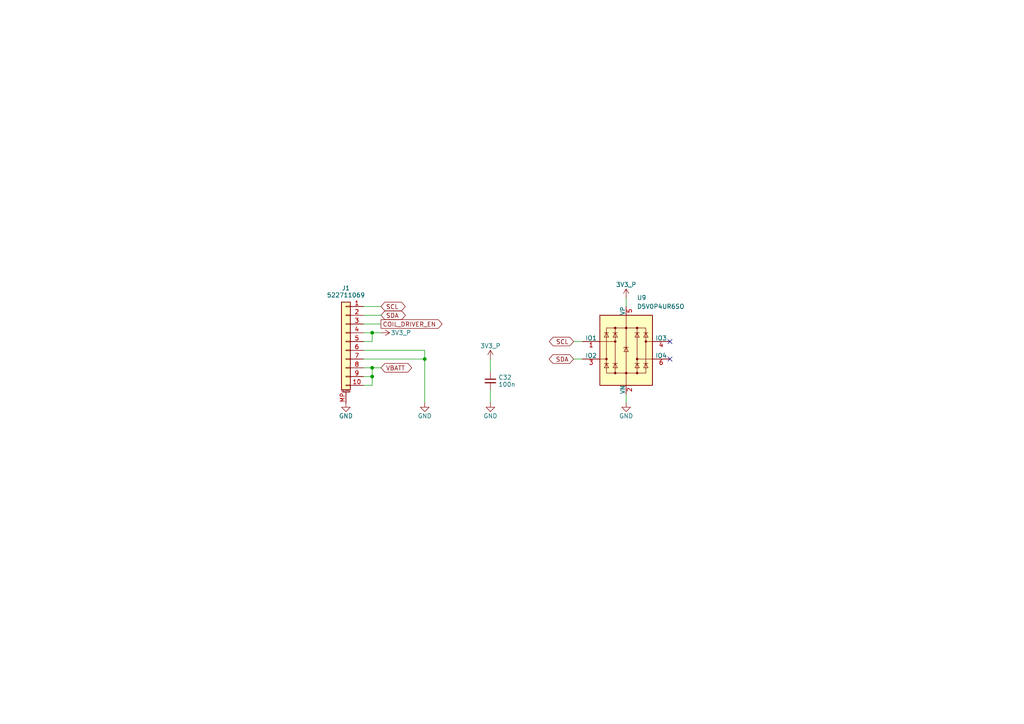
<source format=kicad_sch>
(kicad_sch (version 20250114) (generator "eeschema") (generator_version "9.0")
  (paper "A4")
  (title_block (title "Argus +Z Solar Panel") (date "2025-04-29") (rev "Rev 3.1") (company "Carnegie Mellon University") (comment 1 "N. Khera") (comment 2 "V. Kumar"))
  (lib_symbols
    (symbol "Connector_Generic_MountingPin:Conn_01x10_MountingPin" (pin_names (offset 1.016) (hide yes))
      (property "Reference" "J" (at 0 12.7 0))
      (property "Value" "Conn_01x10_MountingPin" (at 1.27 -15.24 0))
      (symbol "Conn_01x10_MountingPin_1_1"
        (rectangle (start -1.27 11.43) (end 1.27 -13.97) (stroke (width 0.254)) (fill (type background)))
        (rectangle (start -1.27 10.287) (end 0 10.033) (stroke (width 0.1524)))
        (rectangle (start -1.27 7.747) (end 0 7.493) (stroke (width 0.1524)))
        (rectangle (start -1.27 5.207) (end 0 4.953) (stroke (width 0.1524)))
        (rectangle (start -1.27 2.667) (end 0 2.413) (stroke (width 0.1524)))
        (rectangle (start -1.27 0.127) (end 0 -0.127) (stroke (width 0.1524)))
        (rectangle (start -1.27 -2.413) (end 0 -2.667) (stroke (width 0.1524)))
        (rectangle (start -1.27 -4.953) (end 0 -5.207) (stroke (width 0.1524)))
        (rectangle (start -1.27 -7.493) (end 0 -7.747) (stroke (width 0.1524)))
        (rectangle (start -1.27 -10.033) (end 0 -10.287) (stroke (width 0.1524)))
        (rectangle (start -1.27 -12.573) (end 0 -12.827) (stroke (width 0.1524)))
        (polyline (pts (xy -1.016 -14.732) (xy 1.016 -14.732)) (stroke (width 0.1524)))
        (text "Mounting" (at 0 -14.351 0) (effects (font (size 0.381 0.381))))
        (pin passive line (at -5.08 10.16 0) (length 3.81) (name "Pin_1") (number "1"))
        (pin passive line (at -5.08 7.62 0) (length 3.81) (name "Pin_2") (number "2"))
        (pin passive line (at -5.08 5.08 0) (length 3.81) (name "Pin_3") (number "3"))
        (pin passive line (at -5.08 2.54 0) (length 3.81) (name "Pin_4") (number "4"))
        (pin passive line (at -5.08 0 0) (length 3.81) (name "Pin_5") (number "5"))
        (pin passive line (at -5.08 -2.54 0) (length 3.81) (name "Pin_6") (number "6"))
        (pin passive line (at -5.08 -5.08 0) (length 3.81) (name "Pin_7") (number "7"))
        (pin passive line (at -5.08 -7.62 0) (length 3.81) (name "Pin_8") (number "8"))
        (pin passive line (at -5.08 -10.16 0) (length 3.81) (name "Pin_9") (number "9"))
        (pin passive line (at -5.08 -12.7 0) (length 3.81) (name "Pin_10") (number "10"))
        (pin passive line (at 0 -17.78 90) (length 3.048) (name "MountPin") (number "MP"))
      )
    )
    (symbol "Device:C_Small" (pin_numbers (hide yes)) (pin_names (offset 0.254) (hide yes))
      (property "Reference" "C" (at 0.254 1.778 0))
      (property "Value" "C_Small" (at 0.254 -2.032 0))
      (symbol "C_Small_0_1"
        (polyline (pts (xy -1.524 0.508) (xy 1.524 0.508)) (stroke (width 0.3048)))
        (polyline (pts (xy -1.524 -0.508) (xy 1.524 -0.508)) (stroke (width 0.3302)))
      )
      (symbol "C_Small_1_1"
        (pin passive line (at 0 2.54 270) (length 2.032) (name "~") (number "1"))
        (pin passive line (at 0 -2.54 90) (length 2.032) (name "~") (number "2"))
      )
    )
    (symbol "Power_Protection:SRV05-4" (pin_names (offset 0))
      (property "Reference" "U" (at -5.08 11.43 0))
      (property "Value" "SRV05-4" (at 2.54 11.43 0))
      (symbol "SRV05-4_0_0"
        (rectangle (start -5.715 6.477) (end 5.715 -6.604))
        (polyline (pts (xy -3.175 -6.604) (xy -3.175 6.477)))
        (polyline (pts (xy 3.175 6.477) (xy 3.175 -6.604)))
      )
      (symbol "SRV05-4_0_1"
        (polyline (pts (xy -7.747 2.54) (xy -3.175 2.54)))
        (rectangle (start -7.62 10.16) (end 7.62 -10.16) (stroke (width 0.254)) (fill (type background)))
        (polyline (pts (xy -7.62 -2.54) (xy -5.715 -2.54)))
        (circle (center -5.715 -2.54) (radius 0.2794) (fill (type outline)))
        (polyline (pts (xy -5.08 5.08) (xy -6.35 5.08)))
        (polyline (pts (xy -5.08 3.81) (xy -6.35 3.81) (xy -5.715 5.08) (xy -5.08 3.81)))
        (polyline (pts (xy -5.08 -3.81) (xy -6.35 -3.81)))
        (polyline (pts (xy -5.08 -5.08) (xy -6.35 -5.08) (xy -5.715 -3.81) (xy -5.08 -5.08)))
        (circle (center -3.175 6.477) (radius 0.2794) (fill (type outline)))
        (circle (center -3.175 2.54) (radius 0.2794) (fill (type outline)))
        (circle (center -3.175 -6.604) (radius 0.2794) (fill (type outline)))
        (polyline (pts (xy -2.54 5.08) (xy -3.81 5.08)))
        (polyline (pts (xy -2.54 3.81) (xy -3.81 3.81) (xy -3.175 5.08) (xy -2.54 3.81)))
        (polyline (pts (xy -2.54 -3.81) (xy -3.81 -3.81)))
        (polyline (pts (xy -2.54 -5.08) (xy -3.81 -5.08) (xy -3.175 -3.81) (xy -2.54 -5.08)))
        (polyline (pts (xy 0 10.16) (xy 0 -10.16)))
        (circle (center 0 6.477) (radius 0.2794) (fill (type outline)))
        (circle (center 0 -6.604) (radius 0.2794) (fill (type outline)))
        (polyline (pts (xy 0.635 0.889) (xy -0.635 0.889) (xy -0.635 0.635)))
        (polyline (pts (xy 0.635 -0.381) (xy -0.635 -0.381) (xy 0 0.889) (xy 0.635 -0.381)))
        (circle (center 3.175 6.477) (radius 0.2794) (fill (type outline)))
        (circle (center 3.175 -2.54) (radius 0.2794) (fill (type outline)))
        (circle (center 3.175 -6.604) (radius 0.2794) (fill (type outline)))
        (polyline (pts (xy 3.81 5.08) (xy 2.54 5.08)))
        (polyline (pts (xy 3.81 3.81) (xy 2.54 3.81) (xy 3.175 5.08) (xy 3.81 3.81)))
        (polyline (pts (xy 3.81 -3.81) (xy 2.54 -3.81)))
        (polyline (pts (xy 3.81 -5.08) (xy 2.54 -5.08) (xy 3.175 -3.81) (xy 3.81 -5.08)))
        (circle (center 5.715 2.54) (radius 0.2794) (fill (type outline)))
        (polyline (pts (xy 6.35 5.08) (xy 5.08 5.08)))
        (polyline (pts (xy 6.35 3.81) (xy 5.08 3.81) (xy 5.715 5.08) (xy 6.35 3.81)))
        (polyline (pts (xy 6.35 -3.81) (xy 5.08 -3.81)))
        (polyline (pts (xy 6.35 -5.08) (xy 5.08 -5.08) (xy 5.715 -3.81) (xy 6.35 -5.08)))
        (polyline (pts (xy 7.62 2.54) (xy 5.715 2.54)))
        (polyline (pts (xy 7.62 -2.54) (xy 3.175 -2.54)))
      )
      (symbol "SRV05-4_1_1"
        (pin passive line (at -12.7 2.54 0) (length 5.08) (name "IO1") (number "1"))
        (pin passive line (at -12.7 -2.54 0) (length 5.08) (name "IO2") (number "3"))
        (pin passive line (at 0 12.7 270) (length 2.54) (name "VP") (number "5"))
        (pin passive line (at 0 -12.7 90) (length 2.54) (name "VN") (number "2"))
        (pin passive line (at 12.7 2.54 180) (length 5.08) (name "IO3") (number "4"))
        (pin passive line (at 12.7 -2.54 180) (length 5.08) (name "IO4") (number "6"))
      )
    )
    (symbol "power:+3.3V" (power) (pin_numbers (hide yes)) (pin_names (offset 0) (hide yes))
      (property "Value" "+3.3V" (at 0 3.556 0))
      (symbol "+3.3V_0_1"
        (polyline (pts (xy -0.762 1.27) (xy 0 2.54)))
        (polyline (pts (xy 0 2.54) (xy 0.762 1.27)))
        (polyline (pts (xy 0 0) (xy 0 2.54)))
      )
      (symbol "+3.3V_1_1"
        (pin power_in line (at 0 0 90) (length 0) (name "~") (number "1"))
      )
    )
    (symbol "power:GND" (power) (pin_numbers (hide yes)) (pin_names (offset 0) (hide yes))
      (property "Value" "GND" (at 0 -3.81 0))
      (symbol "GND_0_1"
        (polyline (pts (xy 0 0) (xy 0 -1.27) (xy 1.27 -1.27) (xy 0 -2.54) (xy -1.27 -1.27) (xy 0 -1.27)))
      )
      (symbol "GND_1_1"
        (pin power_in line (at 0 0 270) (length 0) (name "~") (number "1"))
      )
    )
  )
  (junction (at 107.95 109.22))
  (junction (at 123.19 104.14))
  (junction (at 107.95 106.68))
  (junction (at 107.95 96.52))
  (no_connect (at 194.31 104.14))
  (no_connect (at 194.31 99.06))
  (wire (pts (xy 105.41 88.9) (xy 110.49 88.9)))
  (wire (pts (xy 123.19 104.14) (xy 123.19 116.84)))
  (wire (pts (xy 105.41 104.14) (xy 123.19 104.14)))
  (wire (pts (xy 107.95 106.68) (xy 107.95 109.22)))
  (wire (pts (xy 166.37 104.14) (xy 168.91 104.14)))
  (wire (pts (xy 166.37 99.06) (xy 168.91 99.06)))
  (wire (pts (xy 105.41 91.44) (xy 110.49 91.44)))
  (wire (pts (xy 105.41 99.06) (xy 107.95 99.06)))
  (wire (pts (xy 105.41 101.6) (xy 123.19 101.6)))
  (wire (pts (xy 107.95 99.06) (xy 107.95 96.52)))
  (wire (pts (xy 107.95 109.22) (xy 107.95 111.76)))
  (wire (pts (xy 107.95 96.52) (xy 105.41 96.52)))
  (wire (pts (xy 181.61 86.36) (xy 181.61 88.9)))
  (wire (pts (xy 107.95 106.68) (xy 110.49 106.68)))
  (wire (pts (xy 107.95 111.76) (xy 105.41 111.76)))
  (wire (pts (xy 181.61 114.3) (xy 181.61 116.84)))
  (wire (pts (xy 107.95 106.68) (xy 105.41 106.68)))
  (wire (pts (xy 105.41 93.98) (xy 110.49 93.98)))
  (wire (pts (xy 107.95 109.22) (xy 105.41 109.22)))
  (wire (pts (xy 123.19 104.14) (xy 123.19 101.6)))
  (wire (pts (xy 142.24 104.14) (xy 142.24 107.95)))
  (wire (pts (xy 142.24 113.03) (xy 142.24 116.84)))
  (wire (pts (xy 110.49 96.52) (xy 107.95 96.52)))
  (global_label "VBATT" (shape bidirectional) (at 110.49 106.68 0) (property "Intersheetrefs" "${INTERSHEET_REFS}" (effects (hide yes))))
  (global_label "COIL_DRIVER_EN" (shape output) (at 110.49 93.98 0) (property "Intersheetrefs" "${INTERSHEET_REFS}" (effects (hide yes))))
  (global_label "SDA" (shape bidirectional) (at 110.49 91.44 0) (property "Intersheetrefs" "${INTERSHEET_REFS}" (effects (hide yes))))
  (global_label "SDA" (shape bidirectional) (at 166.37 104.14 180) (property "Intersheetrefs" "${INTERSHEET_REFS}" (effects (hide yes))))
  (global_label "SCL" (shape bidirectional) (at 166.37 99.06 180) (property "Intersheetrefs" "${INTERSHEET_REFS}" (effects (hide yes))))
  (global_label "SCL" (shape bidirectional) (at 110.49 88.9 0) (property "Intersheetrefs" "${INTERSHEET_REFS}" (effects (hide yes))))
  (symbol (lib_id "power:+3.3V") (at 110.49 96.52 270) (mirror x) (unit 1)
    (property "Reference" "#SUPPLY01" (effects (hide yes)))
    (property "Value" "3V3_P" (at 113.284 96.52 90) (effects (justify left)))
    (property "Description" "Power symbol creates a global label with name \"+3.3V\"" (effects (hide yes)))
  )
  (symbol (lib_id "power:GND") (at 100.33 116.84 0) (unit 1)
    (property "Reference" "#PWR03" (effects (hide yes)))
    (property "Value" "GND" (at 100.33 120.65 0))
    (property "Description" "Power symbol creates a global label with name \"GND\" , ground" (effects (hide yes)))
  )
  (symbol (lib_id "power:+3.3V") (at 142.24 104.14 0) (mirror y) (unit 1)
    (property "Reference" "#SUPPLY03" (effects (hide yes)))
    (property "Value" "3V3_P" (at 142.24 100.33 0))
    (property "Description" "Power symbol creates a global label with name \"+3.3V\"" (effects (hide yes)))
  )
  (symbol (lib_id "Power_Protection:SRV05-4") (at 181.61 101.6 0) (unit 1)
    (property "Reference" "U9" (at 184.7281 86.36 0) (effects (justify left)))
    (property "Value" "D5V0P4UR6SO" (at 184.7281 88.9 0) (effects (justify left)))
    (property "Footprint" "Package_TO_SOT_SMD:SOT-23-6" (effects (hide yes)))
    (property "Datasheet" "http://www.onsemi.com/pub/Collateral/SRV05-4-D.PDF" (effects (hide yes)))
    (property "Description" "ESD Protection Diodes with Low Clamping Voltage, SOT-23-6" (effects (hide yes)))
    (property "MPN" "C531179" (effects (hide yes)))
  )
  (symbol (lib_id "power:GND") (at 123.19 116.84 0) (mirror y) (unit 1)
    (property "Reference" "#PWR05" (effects (hide yes)))
    (property "Value" "GND" (at 123.19 120.65 0))
    (property "Description" "Power symbol creates a global label with name \"GND\" , ground" (effects (hide yes)))
  )
  (symbol (lib_id "Device:C_Small") (at 142.24 110.49 0) (unit 1)
    (property "Reference" "C32" (at 144.526 109.474 0) (effects (justify left)))
    (property "Value" "100n" (at 144.526 111.506 0) (effects (justify left)))
    (property "Footprint" "Capacitor_SMD:C_0603_1608Metric" (effects (hide yes)))
    (property "Description" "Unpolarized capacitor, small symbol" (effects (hide yes)))
    (property "MPN" "C307348" (effects (hide yes)))
  )
  (symbol (lib_id "power:GND") (at 142.24 116.84 0) (mirror y) (unit 1)
    (property "Reference" "#PWR08" (effects (hide yes)))
    (property "Value" "GND" (at 142.24 120.65 0))
    (property "Description" "Power symbol creates a global label with name \"GND\" , ground" (effects (hide yes)))
  )
  (symbol (lib_id "Connector_Generic_MountingPin:Conn_01x10_MountingPin") (at 100.33 99.06 0) (mirror y) (unit 1)
    (property "Reference" "J1" (at 100.33 83.566 0))
    (property "Value" "522711069" (at 100.33 85.598 0))
    (property "Footprint" "Argus-Connectors:CON_522711069_MOL" (effects (hide yes)))
    (property "Description" "Generic connectable mounting pin connector, single row, 01x10, script generated (kicad-library-utils/schlib/autogen/connector/)" (effects (hide yes)))
    (property "MPN" "C588180" (effects (hide yes)))
  )
  (symbol (lib_id "power:+3.3V") (at 181.61 86.36 0) (mirror y) (unit 1)
    (property "Reference" "#SUPPLY015" (effects (hide yes)))
    (property "Value" "3V3_P" (at 181.61 82.55 0))
    (property "Description" "Power symbol creates a global label with name \"+3.3V\"" (effects (hide yes)))
  )
  (symbol (lib_id "power:GND") (at 181.61 116.84 0) (mirror y) (unit 1)
    (property "Reference" "#PWR024" (effects (hide yes)))
    (property "Value" "GND" (at 181.61 120.65 0))
    (property "Description" "Power symbol creates a global label with name \"GND\" , ground" (effects (hide yes)))
  )
)
</source>
